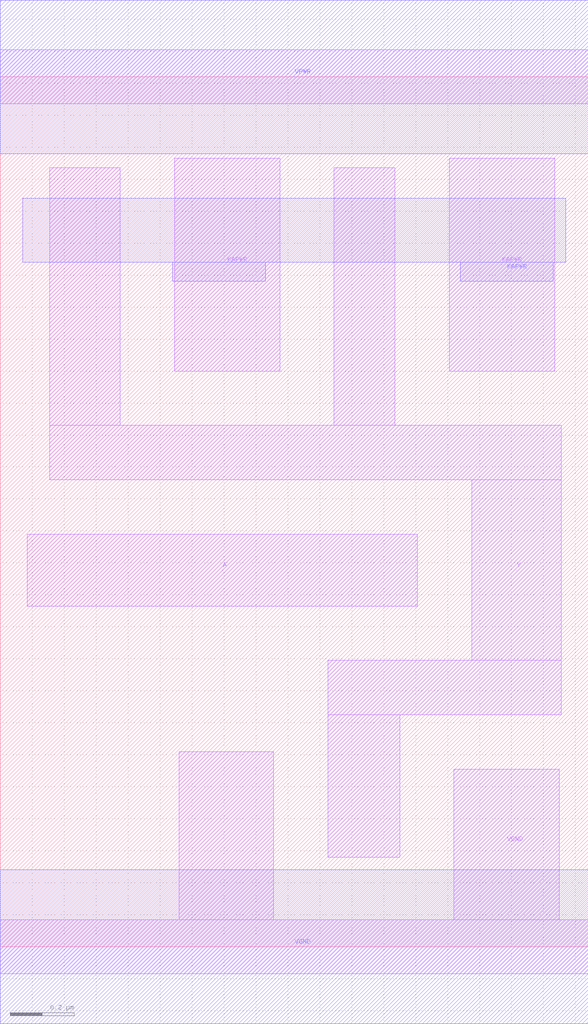
<source format=lef>
# Copyright 2020 The SkyWater PDK Authors
#
# Licensed under the Apache License, Version 2.0 (the "License");
# you may not use this file except in compliance with the License.
# You may obtain a copy of the License at
#
#     https://www.apache.org/licenses/LICENSE-2.0
#
# Unless required by applicable law or agreed to in writing, software
# distributed under the License is distributed on an "AS IS" BASIS,
# WITHOUT WARRANTIES OR CONDITIONS OF ANY KIND, either express or implied.
# See the License for the specific language governing permissions and
# limitations under the License.
#
# SPDX-License-Identifier: Apache-2.0

VERSION 5.5 ;
NAMESCASESENSITIVE ON ;
BUSBITCHARS "[]" ;
DIVIDERCHAR "/" ;
MACRO sky130_fd_sc_hd__lpflow_clkinvkapwr_2
  CLASS CORE ;
  SOURCE USER ;
  ORIGIN  0.000000  0.000000 ;
  SIZE  1.840000 BY  2.720000 ;
  SYMMETRY X Y R90 ;
  SITE unithd ;
  PIN A
    ANTENNAGATEAREA  0.576000 ;
    DIRECTION INPUT ;
    USE SIGNAL ;
    PORT
      LAYER li1 ;
        RECT 0.085000 1.065000 1.305000 1.290000 ;
    END
  END A
  PIN Y
    ANTENNADIFFAREA  0.662600 ;
    DIRECTION OUTPUT ;
    USE SIGNAL ;
    PORT
      LAYER li1 ;
        RECT 0.155000 1.460000 1.755000 1.630000 ;
        RECT 0.155000 1.630000 0.375000 2.435000 ;
        RECT 1.025000 0.280000 1.250000 0.725000 ;
        RECT 1.025000 0.725000 1.755000 0.895000 ;
        RECT 1.045000 1.630000 1.235000 2.435000 ;
        RECT 1.475000 0.895000 1.755000 1.460000 ;
    END
  END Y
  PIN KAPWR
    DIRECTION INOUT ;
    SHAPE ABUTMENT ;
    USE POWER ;
    PORT
      LAYER li1 ;
        RECT 0.545000 1.800000 0.875000 2.465000 ;
    END
    PORT
      LAYER li1 ;
        RECT 1.405000 1.800000 1.735000 2.465000 ;
    END
    PORT
      LAYER met1 ;
        RECT 0.070000 2.140000 1.770000 2.340000 ;
        RECT 0.540000 2.080000 0.830000 2.140000 ;
        RECT 1.440000 2.080000 1.730000 2.140000 ;
    END
  END KAPWR
  PIN VGND
    DIRECTION INOUT ;
    SHAPE ABUTMENT ;
    USE GROUND ;
    PORT
      LAYER li1 ;
        RECT 0.000000 -0.085000 1.840000 0.085000 ;
        RECT 0.560000  0.085000 0.855000 0.610000 ;
        RECT 1.420000  0.085000 1.750000 0.555000 ;
    END
    PORT
      LAYER met1 ;
        RECT 0.000000 -0.240000 1.840000 0.240000 ;
    END
  END VGND
  PIN VPWR
    DIRECTION INOUT ;
    SHAPE ABUTMENT ;
    USE POWER ;
    PORT
      LAYER li1 ;
        RECT 0.000000 2.635000 1.840000 2.805000 ;
    END
    PORT
      LAYER met1 ;
        RECT 0.000000 2.480000 1.840000 2.960000 ;
    END
  END VPWR
  OBS
  END
END sky130_fd_sc_hd__lpflow_clkinvkapwr_2

</source>
